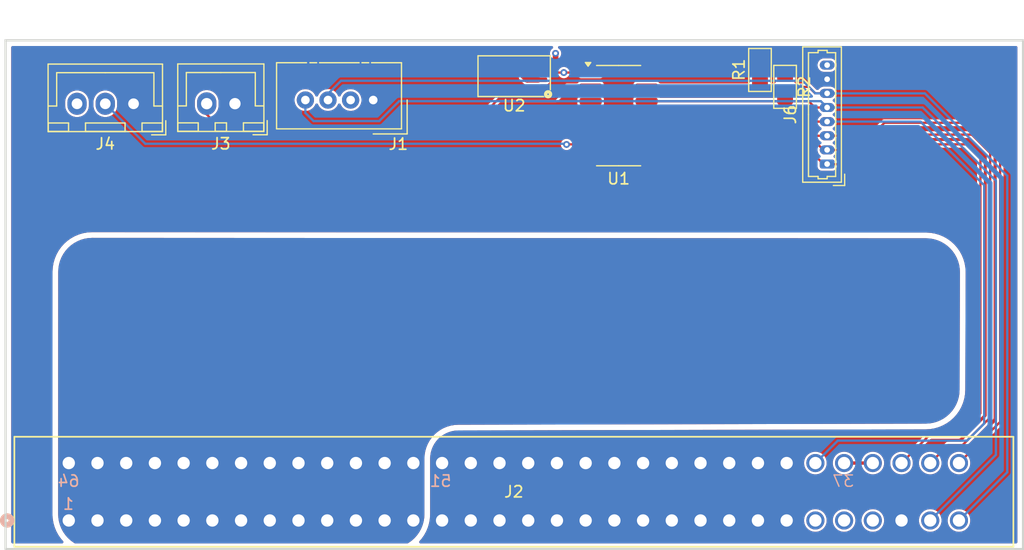
<source format=kicad_pcb>
(kicad_pcb (version 20241229) (generator "pcbnew") (generator_version "9.0")
  (layers (0 "F.Cu" signal) (4 "In1.Cu" signal) (6 "In2.Cu" signal) (2 "B.Cu" signal) (13 "F.Paste" user) (15 "B.Paste" user) (5 "F.SilkS" user "F.Silkscreen") (7 "B.SilkS" user "B.Silkscreen") (1 "F.Mask" user) (3 "B.Mask" user) (25 "Edge.Cuts" user))
  (net 0 "")
  (net 1 "+12V")
  (net 2 "GND")
  (net 7 "+12VSB")
  (net 8 "+3.3V")
  (net 9 "SDA")
  (net 10 "SCL")
  (net 11 "PSOK")
  (net 12 "~{ENABLE}")
  (net 13 "IMON")
  (net 14 "PWR")
  (net 15 "ON")
  (net 19 "~{ALARM}")
  (footprint "PCM_Resistor_SMD_AKL:R_0805_2012Metric_Pad1.15x1.40mm" (layer "F.Cu") (at 129.02 44.045001 -90)
    (property "Reference" "R2" (at 0 -1.700001 90) (layer "F.SilkS"))
    (property "Value" "R_Small" (hide yes))
    (fp_line (start -1.9 1) (end 1.9 1) (stroke (width 0.12)) (layer "F.SilkS"))
    (fp_line (start 1.9 1) (end 1.9 -1) (stroke (width 0.12)) (layer "F.SilkS"))
    (fp_line (start -1.9 -1) (end -1.9 1) (stroke (width 0.12)) (layer "F.SilkS"))
    (fp_line (start 1.9 -1) (end -1.9 -1) (stroke (width 0.12)) (layer "F.SilkS"))
    (pad "1" smd roundrect (at -1.024999 0 270) (size 1.15 1.4) (layers "F.Cu" "F.Mask" "F.Paste") (roundrect_rratio 0.217391) (net 8 "+3.3V"))
    (pad "2" smd roundrect (at 1.024999 0 270) (size 1.15 1.4) (layers "F.Cu" "F.Mask" "F.Paste") (roundrect_rratio 0.217391) (net 10 "SCL"))
  )
  (footprint "Connector:NS-Tech_Grove_1x04_P2mm_Vertical" (layer "F.Cu") (at 92.59 45.21 -90)
    (property "Reference" "J1" (at 3.9 -2.22 0) (layer "F.SilkS"))
    (property "Value" "Grove I^{2}C")
    (fp_line (start -3.3 8.55) (end 2.55 8.55) (stroke (width 0.12)) (layer "F.SilkS"))
    (fp_line (start -3.3 5.9) (end -3.3 8.55) (stroke (width 0.12)) (layer "F.SilkS"))
    (fp_line (start -3.3 5) (end -3.3 5.6) (stroke (width 0.12)) (layer "F.SilkS"))
    (fp_line (start -3.3 1.25) (end -3.3 4.75) (stroke (width 0.12)) (layer "F.SilkS"))
    (fp_line (start -3.3 0.4) (end -3.3 1) (stroke (width 0.12)) (layer "F.SilkS"))
    (fp_line (start -3.3 -2.5) (end -3.3 0.15) (stroke (width 0.12)) (layer "F.SilkS"))
    (fp_line (start -3.3 -2.5) (end 2.55 -2.5) (stroke (width 0.12)) (layer "F.SilkS"))
    (fp_line (start 2.55 -2.5) (end 2.55 8.55) (stroke (width 0.12)) (layer "F.SilkS"))
    (fp_line (start 0 -3) (end 3 -3) (stroke (width 0.12)) (layer "F.SilkS"))
    (fp_line (start 3 -3) (end 3 0) (stroke (width 0.12)) (layer "F.SilkS"))
    (pad "1" thru_hole rect (at 0 0 270) (size 1.524 1.524) (drill 0.762) (layers "*.Cu" "*.Mask") (net 2 "GND"))
    (pad "2" thru_hole circle (at 0 2 270) (size 1.524 1.524) (drill 0.762) (layers "*.Cu" "*.Mask") (net 8 "+3.3V"))
    (pad "3" thru_hole circle (at 0 4 270) (size 1.524 1.524) (drill 0.762) (layers "*.Cu" "*.Mask") (net 9 "SDA"))
    (pad "4" thru_hole circle (at 0 6 270) (size 1.524 1.524) (drill 0.762) (layers "*.Cu" "*.Mask") (net 10 "SCL"))
  )
  (footprint "Connector_JST:JST_XH_B3B-XH-A_1x03_P2.50mm_Vertical" (layer "F.Cu") (at 71.39 45.54 180)
    (property "Reference" "J4" (at 2.5 -3.55 0) (layer "F.SilkS"))
    (property "Value" "ON")
    (fp_line (start 7.56 3.51) (end 7.56 -2.46) (stroke (width 0.12)) (layer "F.SilkS"))
    (fp_line (start 7.56 -2.46) (end -2.56 -2.46) (stroke (width 0.12)) (layer "F.SilkS"))
    (fp_line (start 7.55 -0.2) (end 6.8 -0.2) (stroke (width 0.12)) (layer "F.SilkS"))
    (fp_line (start 7.55 -1.7) (end 7.55 -2.45) (stroke (width 0.12)) (layer "F.SilkS"))
    (fp_line (start 7.55 -2.45) (end 5.75 -2.45) (stroke (width 0.12)) (layer "F.SilkS"))
    (fp_line (start 6.8 2.75) (end 2.5 2.75) (stroke (width 0.12)) (layer "F.SilkS"))
    (fp_line (start 6.8 -0.2) (end 6.8 2.75) (stroke (width 0.12)) (layer "F.SilkS"))
    (fp_line (start 5.75 -1.7) (end 7.55 -1.7) (stroke (width 0.12)) (layer "F.SilkS"))
    (fp_line (start 5.75 -2.45) (end 5.75 -1.7) (stroke (width 0.12)) (layer "F.SilkS"))
    (fp_line (start 4.25 -1.7) (end 4.25 -2.45) (stroke (width 0.12)) (layer "F.SilkS"))
    (fp_line (start 4.25 -2.45) (end 0.75 -2.45) (stroke (width 0.12)) (layer "F.SilkS"))
    (fp_line (start 0.75 -1.7) (end 4.25 -1.7) (stroke (width 0.12)) (layer "F.SilkS"))
    (fp_line (start 0.75 -2.45) (end 0.75 -1.7) (stroke (width 0.12)) (layer "F.SilkS"))
    (fp_line (start -0.75 -1.7) (end -0.75 -2.45) (stroke (width 0.12)) (layer "F.SilkS"))
    (fp_line (start -0.75 -2.45) (end -2.55 -2.45) (stroke (width 0.12)) (layer "F.SilkS"))
    (fp_line (start -1.6 -2.75) (end -2.85 -2.75) (stroke (width 0.12)) (layer "F.SilkS"))
    (fp_line (start -1.8 2.75) (end 2.5 2.75) (stroke (width 0.12)) (layer "F.SilkS"))
    (fp_line (start -1.8 -0.2) (end -1.8 2.75) (stroke (width 0.12)) (layer "F.SilkS"))
    (fp_line (start -2.55 -0.2) (end -1.8 -0.2) (stroke (width 0.12)) (layer "F.SilkS"))
    (fp_line (start -2.55 -1.7) (end -0.75 -1.7) (stroke (width 0.12)) (layer "F.SilkS"))
    (fp_line (start -2.55 -2.45) (end -2.55 -1.7) (stroke (width 0.12)) (layer "F.SilkS"))
    (fp_line (start -2.56 3.51) (end 7.56 3.51) (stroke (width 0.12)) (layer "F.SilkS"))
    (fp_line (start -2.56 -2.46) (end -2.56 3.51) (stroke (width 0.12)) (layer "F.SilkS"))
    (fp_line (start -2.85 -2.75) (end -2.85 -1.5) (stroke (width 0.12)) (layer "F.SilkS"))
    (pad "1" thru_hole roundrect (at 0 0 180) (size 1.7 1.95) (drill 0.95) (layers "*.Cu" "*.Mask") (roundrect_rratio 0.147059) (net 2 "GND"))
    (pad "2" thru_hole oval (at 2.5 0 180) (size 1.7 1.95) (drill 0.95) (layers "*.Cu" "*.Mask") (net 15 "ON"))
    (pad "3" thru_hole oval (at 5 0 180) (size 1.7 1.95) (drill 0.95) (layers "*.Cu" "*.Mask"))
  )
  (footprint "PCM_Resistor_SMD_AKL:R_0805_2012Metric_Pad1.15x1.40mm" (layer "F.Cu") (at 126.8 42.55 -90)
    (property "Reference" "R1" (at -0.021213 1.859691 90) (layer "F.SilkS"))
    (property "Value" "R_Small" (hide yes))
    (fp_line (start -1.9 1) (end 1.9 1) (stroke (width 0.12)) (layer "F.SilkS"))
    (fp_line (start 1.9 1) (end 1.9 -1) (stroke (width 0.12)) (layer "F.SilkS"))
    (fp_line (start -1.9 -1) (end -1.9 1) (stroke (width 0.12)) (layer "F.SilkS"))
    (fp_line (start 1.9 -1) (end -1.9 -1) (stroke (width 0.12)) (layer "F.SilkS"))
    (pad "1" smd roundrect (at -1.024999 0 270) (size 1.15 1.4) (layers "F.Cu" "F.Mask" "F.Paste") (roundrect_rratio 0.217391) (net 8 "+3.3V"))
    (pad "2" smd roundrect (at 1.024999 0 270) (size 1.15 1.4) (layers "F.Cu" "F.Mask" "F.Paste") (roundrect_rratio 0.217391) (net 9 "SDA"))
  )
  (footprint "PCM_Package_SO_AKL:MSOP-8_3x3mm_P0.65mm" (layer "F.Cu") (at 105.0575 43.1 180)
    (property "Reference" "U2" (at 0 -2.61 0) (layer "F.SilkS"))
    (property "Value" "ADP1720ARMZ-3.3" (hide yes))
    (fp_line (start 3.2 1.8) (end -3.2 1.8) (stroke (width 0.12)) (layer "F.SilkS"))
    (fp_line (start 3.2 -1.8) (end 3.2 1.8) (stroke (width 0.12)) (layer "F.SilkS"))
    (fp_line (start -2.6 -1.8) (end 3.2 -1.8) (stroke (width 0.12)) (layer "F.SilkS"))
    (fp_line (start -3.2 1.8) (end -3.2 -1.2) (stroke (width 0.12)) (layer "F.SilkS"))
    (fp_circle (center -3 -1.6) (end -2.9365 -1.6) (stroke (width 0.3)) (fill no) (layer "F.SilkS"))
    (pad "1" smd roundrect (at -2.1125 -0.975 180) (size 1.625 0.4) (layers "F.Cu" "F.Mask" "F.Paste") (net 2 "GND"))
    (pad "2" smd roundrect (at -2.1125 -0.325 180) (size 1.625 0.4) (layers "F.Cu" "F.Mask" "F.Paste") (net 7 "+12VSB"))
    (pad "3" smd roundrect (at -2.1125 0.325 180) (size 1.625 0.4) (layers "F.Cu" "F.Mask" "F.Paste") (net 8 "+3.3V"))
    (pad "4" smd roundrect (at -2.1125 0.975 180) (size 1.625 0.4) (layers "F.Cu" "F.Mask" "F.Paste") (net 7 "+12VSB"))
    (pad "5" smd roundrect (at 2.1125 0.975 180) (size 1.625 0.4) (layers "F.Cu" "F.Mask" "F.Paste") (net 2 "GND"))
    (pad "6" smd roundrect (at 2.1125 0.325 180) (size 1.625 0.4) (layers "F.Cu" "F.Mask" "F.Paste") (net 2 "GND"))
    (pad "7" smd roundrect (at 2.1125 -0.325 180) (size 1.625 0.4) (layers "F.Cu" "F.Mask" "F.Paste") (net 2 "GND"))
    (pad "8" smd roundrect (at 2.1125 -0.975 180) (size 1.625 0.4) (layers "F.Cu" "F.Mask" "F.Paste") (net 2 "GND"))
  )
  (footprint "Connector_Molex:Molex_PicoBlade_53047-0810_1x08_P1.25mm_Vertical" (layer "F.Cu") (at 132.74 50.87 90)
    (property "Reference" "J6" (at 4.38 -3.26 90) (layer "F.SilkS"))
    (property "Value" "Conn_01x08")
    (fp_line (start 10.36 -2.16) (end -1.61 -2.16) (stroke (width 0.12)) (layer "F.SilkS"))
    (fp_line (start -1.61 -2.16) (end -1.61 1.26) (stroke (width 0.12)) (layer "F.SilkS"))
    (fp_line (start 9.85 -1.65) (end 4.375 -1.65) (stroke (width 0.12)) (layer "F.SilkS"))
    (fp_line (start -1.1 -1.65) (end 4.375 -1.65) (stroke (width 0.12)) (layer "F.SilkS"))
    (fp_line (start 10.05 -0.8) (end 9.85 -0.8) (stroke (width 0.12)) (layer "F.SilkS"))
    (fp_line (start 9.85 -0.8) (end 9.85 -1.65) (stroke (width 0.12)) (layer "F.SilkS"))
    (fp_line (start -1.1 -0.8) (end -1.1 -1.65) (stroke (width 0.12)) (layer "F.SilkS"))
    (fp_line (start -1.3 -0.8) (end -1.1 -0.8) (stroke (width 0.12)) (layer "F.SilkS"))
    (fp_line (start 10.05 0) (end 10.05 -0.8) (stroke (width 0.12)) (layer "F.SilkS"))
    (fp_line (start 9.85 0) (end 10.05 0) (stroke (width 0.12)) (layer "F.SilkS"))
    (fp_line (start -1.1 0) (end -1.3 0) (stroke (width 0.12)) (layer "F.SilkS"))
    (fp_line (start -1.3 0) (end -1.3 -0.8) (stroke (width 0.12)) (layer "F.SilkS"))
    (fp_line (start 9.85 0.75) (end 9.85 0) (stroke (width 0.12)) (layer "F.SilkS"))
    (fp_line (start 4.375 0.75) (end 9.85 0.75) (stroke (width 0.12)) (layer "F.SilkS"))
    (fp_line (start 4.375 0.75) (end -1.1 0.75) (stroke (width 0.12)) (layer "F.SilkS"))
    (fp_line (start -1.1 0.75) (end -1.1 0) (stroke (width 0.12)) (layer "F.SilkS"))
    (fp_line (start 10.36 1.26) (end 10.36 -2.16) (stroke (width 0.12)) (layer "F.SilkS"))
    (fp_line (start -1.61 1.26) (end 10.36 1.26) (stroke (width 0.12)) (layer "F.SilkS"))
    (fp_line (start -1.9 1.55) (end -1.9 0.55) (stroke (width 0.12)) (layer "F.SilkS"))
    (fp_line (start -1.9 1.55) (end -0.9 1.55) (stroke (width 0.12)) (layer "F.SilkS"))
    (pad "1" thru_hole roundrect (at 0 0 90) (size 0.8 1.3) (drill 0.5) (layers "*.Cu" "*.Mask") (net 11 "PSOK"))
    (pad "2" thru_hole oval (at 1.25 0 90) (size 0.8 1.3) (drill 0.5) (layers "*.Cu" "*.Mask") (net 13 "IMON"))
    (pad "3" thru_hole oval (at 2.5 0 90) (size 0.8 1.3) (drill 0.5) (layers "*.Cu" "*.Mask") (net 12 "~{ENABLE}"))
    (pad "4" thru_hole oval (at 3.75 0 90) (size 0.8 1.3) (drill 0.5) (layers "*.Cu" "*.Mask") (net 19 "~{ALARM}"))
    (pad "5" thru_hole oval (at 5 0 90) (size 0.8 1.3) (drill 0.5) (layers "*.Cu" "*.Mask") (net 10 "SCL"))
    (pad "6" thru_hole oval (at 6.25 0 90) (size 0.8 1.3) (drill 0.5) (layers "*.Cu" "*.Mask") (net 9 "SDA"))
    (pad "7" thru_hole oval (at 7.5 0 90) (size 0.8 1.3) (drill 0.5) (layers "*.Cu" "*.Mask") (net 2 "GND"))
    (pad "8" thru_hole oval (at 8.75 0 90) (size 0.8 1.3) (drill 0.5) (layers "*.Cu" "*.Mask") (net 7 "+12VSB"))
  )
  (footprint "Connectors:CONN_10046971-001LF_AMP" (layer "F.Cu") (at 65.66 82.4)
    (property "Reference" "J2" (at 39.37 -2.54 0) (layer "F.SilkS"))
    (property "Value" "10046971-001LF")
    (fp_line (start -4.8133 -7.4041) (end -4.8133 2.3241) (stroke (width 0.1524)) (layer "F.SilkS"))
    (fp_line (start -4.8133 2.3241) (end 83.5533 2.3241) (stroke (width 0.1524)) (layer "F.SilkS"))
    (fp_line (start 83.5533 -7.4041) (end -4.8133 -7.4041) (stroke (width 0.1524)) (layer "F.SilkS"))
    (fp_line (start 83.5533 2.3241) (end 83.5533 -7.4041) (stroke (width 0.1524)) (layer "F.SilkS"))
    (fp_circle (center -5.4483 0) (end -5.0673 0) (stroke (width 0.508)) (fill no) (layer "F.SilkS"))
    (fp_circle (center -5.4483 0) (end -5.0673 0) (stroke (width 0.508)) (fill no) (layer "B.SilkS"))
    (pad "1" thru_hole circle (at 0 0) (size 1.6002 1.6002) (drill 1.0922) (layers "*.Cu" "*.Mask") (net 1 "+12V"))
    (pad "2" thru_hole circle (at 2.54 0) (size 1.6002 1.6002) (drill 1.0922) (layers "*.Cu" "*.Mask") (net 1 "+12V"))
    (pad "3" thru_hole circle (at 5.08 0) (size 1.6002 1.6002) (drill 1.0922) (layers "*.Cu" "*.Mask") (net 1 "+12V"))
    (pad "4" thru_hole circle (at 7.62 0) (size 1.6002 1.6002) (drill 1.0922) (layers "*.Cu" "*.Mask") (net 1 "+12V"))
    (pad "5" thru_hole circle (at 10.16 0) (size 1.6002 1.6002) (drill 1.0922) (layers "*.Cu" "*.Mask") (net 1 "+12V"))
    (pad "6" thru_hole circle (at 12.7 0) (size 1.6002 1.6002) (drill 1.0922) (layers "*.Cu" "*.Mask") (net 1 "+12V"))
    (pad "7" thru_hole circle (at 15.24 0) (size 1.6002 1.6002) (drill 1.0922) (layers "*.Cu" "*.Mask") (net 1 "+12V"))
    (pad "8" thru_hole circle (at 17.78 0) (size 1.6002 1.6002) (drill 1.0922) (layers "*.Cu" "*.Mask") (net 1 "+12V"))
    (pad "9" thru_hole circle (at 20.32 0) (size 1.6002 1.6002) (drill 1.0922) (layers "*.Cu" "*.Mask") (net 1 "+12V"))
    (pad "10" thru_hole circle (at 22.86 0) (size 1.6002 1.6002) (drill 1.0922) (layers "*.Cu" "*.Mask") (net 1 "+12V"))
    (pad "11" thru_hole circle (at 25.4 0) (size 1.6002 1.6002) (drill 1.0922) (layers "*.Cu" "*.Mask") (net 1 "+12V"))
    (pad "12" thru_hole circle (at 27.94 0) (size 1.6002 1.6002) (drill 1.0922) (layers "*.Cu" "*.Mask") (net 1 "+12V"))
    (pad "13" thru_hole circle (at 30.48 0) (size 1.6002 1.6002) (drill 1.0922) (layers "*.Cu" "*.Mask") (net 1 "+12V"))
    (pad "14" thru_hole circle (at 33.02 0) (size 1.6002 1.6002) (drill 1.0922) (layers "*.Cu" "*.Mask") (net 2 "GND"))
    (pad "15" thru_hole circle (at 35.56 0) (size 1.6002 1.6002) (drill 1.0922) (layers "*.Cu" "*.Mask") (net 2 "GND"))
    (pad "16" thru_hole circle (at 38.1 0) (size 1.6002 1.6002) (drill 1.0922) (layers "*.Cu" "*.Mask") (net 2 "GND"))
    (pad "17" thru_hole circle (at 40.64 0) (size 1.6002 1.6002) (drill 1.0922) (layers "*.Cu" "*.Mask") (net 2 "GND"))
    (pad "18" thru_hole circle (at 43.18 0) (size 1.6002 1.6002) (drill 1.0922) (layers "*.Cu" "*.Mask") (net 2 "GND"))
    (pad "19" thru_hole circle (at 45.72 0) (size 1.6002 1.6002) (drill 1.0922) (layers "*.Cu" "*.Mask") (net 2 "GND"))
    (pad "20" thru_hole circle (at 48.26 0) (size 1.6002 1.6002) (drill 1.0922) (layers "*.Cu" "*.Mask") (net 2 "GND"))
    (pad "21" thru_hole circle (at 50.8 0) (size 1.6002 1.6002) (drill 1.0922) (layers "*.Cu" "*.Mask") (net 2 "GND"))
    (pad "22" thru_hole circle (at 53.34 0) (size 1.6002 1.6002) (drill 1.0922) (layers "*.Cu" "*.Mask") (net 2 "GND"))
    (pad "23" thru_hole circle (at 55.88 0) (size 1.6002 1.6002) (drill 1.0922) (layers "*.Cu" "*.Mask") (net 2 "GND"))
    (pad "24" thru_hole circle (at 58.42 0) (size 1.6002 1.6002) (drill 1.0922) (layers "*.Cu" "*.Mask") (net 2 "GND"))
    (pad "25" thru_hole circle (at 60.96 0) (size 1.6002 1.6002) (drill 1.0922) (layers "*.Cu" "*.Mask") (net 2 "GND"))
    (pad "26" thru_hole circle (at 63.5 0) (size 1.6002 1.6002) (drill 1.0922) (layers "*.Cu" "*.Mask") (net 2 "GND"))
    (pad "27" thru_hole circle (at 66.04 0) (size 1.6002 1.6002) (drill 1.0922) (layers "*.Cu" "*.Mask"))
    (pad "28" thru_hole circle (at 68.58 0) (size 1.6002 1.6002) (drill 1.0922) (layers "*.Cu" "*.Mask"))
    (pad "29" thru_hole circle (at 71.12 0) (size 1.6002 1.6002) (drill 1.0922) (layers "*.Cu" "*.Mask"))
    (pad "30" thru_hole circle (at 73.66 0) (size 1.6002 1.6002) (drill 1.0922) (layers "*.Cu" "*.Mask") (net 2 "GND"))
    (pad "31" thru_hole circle (at 76.2 0) (size 1.6002 1.6002) (drill 1.0922) (layers "*.Cu" "*.Mask") (net 10 "SCL"))
    (pad "32" thru_hole circle (at 78.74 0) (size 1.6002 1.6002) (drill 1.0922) (layers "*.Cu" "*.Mask") (net 9 "SDA"))
    (pad "33" thru_hole circle (at 78.74 -5.08) (size 1.6002 1.6002) (drill 1.0922) (layers "*.Cu" "*.Mask") (net 12 "~{ENABLE}"))
    (pad "34" thru_hole circle (at 76.2 -5.08) (size 1.6002 1.6002) (drill 1.0922) (layers "*.Cu" "*.Mask") (net 13 "IMON"))
    (pad "35" thru_hole circle (at 73.66 -5.08) (size 1.6002 1.6002) (drill 1.0922) (layers "*.Cu" "*.Mask") (net 11 "PSOK"))
    (pad "36" thru_hole circle (at 71.12 -5.08) (size 1.6002 1.6002) (drill 1.0922) (layers "*.Cu" "*.Mask") (net 7 "+12VSB"))
    (pad "37" thru_hole circle (at 68.58 -5.08) (size 1.6002 1.6002) (drill 1.0922) (layers "*.Cu" "*.Mask") (net 7 "+12VSB"))
    (pad "38" thru_hole circle (at 66.04 -5.08) (size 1.6002 1.6002) (drill 1.0922) (layers "*.Cu" "*.Mask") (net 19 "~{ALARM}"))
    (pad "39" thru_hole circle (at 63.5 -5.08) (size 1.6002 1.6002) (drill 1.0922) (layers "*.Cu" "*.Mask") (net 2 "GND"))
    (pad "40" thru_hole circle (at 60.96 -5.08) (size 1.6002 1.6002) (drill 1.0922) (layers "*.Cu" "*.Mask") (net 2 "GND"))
    (pad "41" thru_hole circle (at 58.42 -5.08) (size 1.6002 1.6002) (drill 1.0922) (layers "*.Cu" "*.Mask") (net 2 "GND"))
    (pad "42" thru_hole circle (at 55.88 -5.08) (size 1.6002 1.6002) (drill 1.0922) (layers "*.Cu" "*.Mask") (net 2 "GND"))
    (pad "43" thru_hole circle (at 53.34 -5.08) (size 1.6002 1.6002) (drill 1.0922) (layers "*.Cu" "*.Mask") (net 2 "GND"))
    (pad "44" thru_hole circle (at 50.8 -5.08) (size 1.6002 1.6002) (drill 1.0922) (layers "*.Cu" "*.Mask") (net 2 "GND"))
    (pad "45" thru_hole circle (at 48.26 -5.08) (size 1.6002 1.6002) (drill 1.0922) (layers "*.Cu" "*.Mask") (net 2 "GND"))
    (pad "46" thru_hole circle (at 45.72 -5.08) (size 1.6002 1.6002) (drill 1.0922) (layers "*.Cu" "*.Mask") (net 2 "GND"))
    (pad "47" thru_hole circle (at 43.18 -5.08) (size 1.6002 1.6002) (drill 1.0922) (layers "*.Cu" "*.Mask") (net 2 "GND"))
    (pad "48" thru_hole circle (at 40.64 -5.08) (size 1.6002 1.6002) (drill 1.0922) (layers "*.Cu" "*.Mask") (net 2 "GND"))
    (pad "49" thru_hole circle (at 38.1 -5.08) (size 1.6002 1.6002) (drill 1.0922) (layers "*.Cu" "*.Mask") (net 2 "GND"))
    (pad "50" thru_hole circle (at 35.56 -5.08) (size 1.6002 1.6002) (drill 1.0922) (layers "*.Cu" "*.Mask") (net 2 "GND"))
    (pad "51" thru_hole circle (at 33.02 -5.08) (size 1.6002 1.6002) (drill 1.0922) (layers "*.Cu" "*.Mask") (net 2 "GND"))
    (pad "52" thru_hole circle (at 30.48 -5.08) (size 1.6002 1.6002) (drill 1.0922) (layers "*.Cu" "*.Mask") (net 1 "+12V"))
    (pad "53" thru_hole circle (at 27.94 -5.08) (size 1.6002 1.6002) (drill 1.0922) (layers "*.Cu" "*.Mask") (net 1 "+12V"))
    (pad "54" thru_hole circle (at 25.4 -5.08) (size 1.6002 1.6002) (drill 1.0922) (layers "*.Cu" "*.Mask") (net 1 "+12V"))
    (pad "55" thru_hole circle (at 22.86 -5.08) (size 1.6002 1.6002) (drill 1.0922) (layers "*.Cu" "*.Mask") (net 1 "+12V"))
    (pad "56" thru_hole circle (at 20.32 -5.08) (size 1.6002 1.6002) (drill 1.0922) (layers "*.Cu" "*.Mask") (net 1 "+12V"))
    (pad "57" thru_hole circle (at 17.78 -5.08) (size 1.6002 1.6002) (drill 1.0922) (layers "*.Cu" "*.Mask") (net 1 "+12V"))
    (pad "58" thru_hole circle (at 15.24 -5.08) (size 1.6002 1.6002) (drill 1.0922) (layers "*.Cu" "*.Mask") (net 1 "+12V"))
    (pad "59" thru_hole circle (at 12.7 -5.08) (size 1.6002 1.6002) (drill 1.0922) (layers "*.Cu" "*.Mask") (net 1 "+12V"))
    (pad "60" thru_hole circle (at 10.16 -5.08) (size 1.6002 1.6002) (drill 1.0922) (layers "*.Cu" "*.Mask") (net 1 "+12V"))
    (pad "61" thru_hole circle (at 7.62 -5.08) (size 1.6002 1.6002) (drill 1.0922) (layers "*.Cu" "*.Mask") (net 1 "+12V"))
    (pad "62" thru_hole circle (at 5.08 -5.08) (size 1.6002 1.6002) (drill 1.0922) (layers "*.Cu" "*.Mask") (net 1 "+12V"))
    (pad "63" thru_hole circle (at 2.54 -5.08) (size 1.6002 1.6002) (drill 1.0922) (layers "*.Cu" "*.Mask") (net 1 "+12V"))
    (pad "64" thru_hole circle (at 0 -5.08) (size 1.6002 1.6002) (drill 1.0922) (layers "*.Cu" "*.Mask") (net 1 "+12V"))
  )
  (footprint "Package_SO:SOIC-14_3.9x8.7mm_P1.27mm" (layer "F.Cu") (at 114.295 46.59)
    (property "Reference" "U1" (at 0 5.58 0) (layer "F.SilkS"))
    (property "Value" "ATtiny20-SS")
    (fp_line (start 0 -4.435) (end -1.95 -4.435) (stroke (width 0.12)) (layer "F.SilkS"))
    (fp_line (start 0 -4.435) (end 1.95 -4.435) (stroke (width 0.12)) (layer "F.SilkS"))
    (fp_line (start 0 4.435) (end -1.95 4.435) (stroke (width 0.12)) (layer "F.SilkS"))
    (fp_line (start 0 4.435) (end 1.95 4.435) (stroke (width 0.12)) (layer "F.SilkS"))
    (fp_poly (pts (xy -2.7 -4.37) (xy -2.94 -4.7) (xy -2.46 -4.7)) (stroke (width 0.12)) (fill yes) (layer "F.SilkS"))
    (pad "1" smd roundrect (at -2.475 -3.81) (size 1.95 0.6) (layers "F.Cu" "F.Mask" "F.Paste") (net 8 "+3.3V"))
    (pad "2" smd roundrect (at -2.475 -2.54) (size 1.95 0.6) (layers "F.Cu" "F.Mask" "F.Paste") (net 14 "PWR"))
    (pad "3" smd roundrect (at -2.475 -1.27) (size 1.95 0.6) (layers "F.Cu" "F.Mask" "F.Paste"))
    (pad "4" smd roundrect (at -2.475 0) (size 1.95 0.6) (layers "F.Cu" "F.Mask" "F.Paste"))
    (pad "5" smd roundrect (at -2.475 1.27) (size 1.95 0.6) (layers "F.Cu" "F.Mask" "F.Paste"))
    (pad "6" smd roundrect (at -2.475 2.54) (size 1.95 0.6) (layers "F.Cu" "F.Mask" "F.Paste") (net 15 "ON"))
    (pad "7" smd roundrect (at -2.475 3.81) (size 1.95 0.6) (layers "F.Cu" "F.Mask" "F.Paste"))
    (pad "8" smd roundrect (at 2.475 3.81) (size 1.95 0.6) (layers "F.Cu" "F.Mask" "F.Paste") (net 11 "PSOK"))
    (pad "9" smd roundrect (at 2.475 2.54) (size 1.95 0.6) (layers "F.Cu" "F.Mask" "F.Paste") (net 13 "IMON"))
    (pad "10" smd roundrect (at 2.475 1.27) (size 1.95 0.6) (layers "F.Cu" "F.Mask" "F.Paste") (net 12 "~{ENABLE}"))
    (pad "11" smd roundrect (at 2.475 0) (size 1.95 0.6) (layers "F.Cu" "F.Mask" "F.Paste") (net 19 "~{ALARM}"))
    (pad "12" smd roundrect (at 2.475 -1.27) (size 1.95 0.6) (layers "F.Cu" "F.Mask" "F.Paste") (net 10 "SCL"))
    (pad "13" smd roundrect (at 2.475 -2.54) (size 1.95 0.6) (layers "F.Cu" "F.Mask" "F.Paste") (net 9 "SDA"))
    (pad "14" smd roundrect (at 2.475 -3.81) (size 1.95 0.6) (layers "F.Cu" "F.Mask" "F.Paste") (net 2 "GND"))
  )
  (footprint "Connector_JST:JST_XH_B2B-XH-A_1x02_P2.50mm_Vertical" (layer "F.Cu") (at 80.36 45.53 180)
    (property "Reference" "J3" (at 1.25 -3.55 0) (layer "F.SilkS"))
    (property "Value" "PWR")
    (fp_line (start 5.06 3.51) (end 5.06 -2.46) (stroke (width 0.12)) (layer "F.SilkS"))
    (fp_line (start 5.06 -2.46) (end -2.56 -2.46) (stroke (width 0.12)) (layer "F.SilkS"))
    (fp_line (start 5.05 -0.2) (end 4.3 -0.2) (stroke (width 0.12)) (layer "F.SilkS"))
    (fp_line (start 5.05 -1.7) (end 5.05 -2.45) (stroke (width 0.12)) (layer "F.SilkS"))
    (fp_line (start 5.05 -2.45) (end 3.25 -2.45) (stroke (width 0.12)) (layer "F.SilkS"))
    (fp_line (start 4.3 2.75) (end 1.25 2.75) (stroke (width 0.12)) (layer "F.SilkS"))
    (fp_line (start 4.3 -0.2) (end 4.3 2.75) (stroke (width 0.12)) (layer "F.SilkS"))
    (fp_line (start 3.25 -1.7) (end 5.05 -1.7) (stroke (width 0.12)) (layer "F.SilkS"))
    (fp_line (start 3.25 -2.45) (end 3.25 -1.7) (stroke (width 0.12)) (layer "F.SilkS"))
    (fp_line (start 1.75 -1.7) (end 1.75 -2.45) (stroke (width 0.12)) (layer "F.SilkS"))
    (fp_line (start 1.75 -2.45) (end 0.75 -2.45) (stroke (width 0.12)) (layer "F.SilkS"))
    (fp_line (start 0.75 -1.7) (end 1.75 -1.7) (stroke (width 0.12)) (layer "F.SilkS"))
    (fp_line (start 0.75 -2.45) (end 0.75 -1.7) (stroke (width 0.12)) (layer "F.SilkS"))
    (fp_line (start -0.75 -1.7) (end -0.75 -2.45) (stroke (width 0.12)) (layer "F.SilkS"))
    (fp_line (start -0.75 -2.45) (end -2.55 -2.45) (stroke (width 0.12)) (layer "F.SilkS"))
    (fp_line (start -1.6 -2.75) (end -2.85 -2.75) (stroke (width 0.12)) (layer "F.SilkS"))
    (fp_line (start -1.8 2.75) (end 1.25 2.75) (stroke (width 0.12)) (layer "F.SilkS"))
    (fp_line (start -1.8 -0.2) (end -1.8 2.75) (stroke (width 0.12)) (layer "F.SilkS"))
    (fp_line (start -2.55 -0.2) (end -1.8 -0.2) (stroke (width 0.12)) (layer "F.SilkS"))
    (fp_line (start -2.55 -1.7) (end -0.75 -1.7) (stroke (width 0.12)) (layer "F.SilkS"))
    (fp_line (start -2.55 -2.45) (end -2.55 -1.7) (stroke (width 0.12)) (layer "F.SilkS"))
    (fp_line (start -2.56 3.51) (end 5.06 3.51) (stroke (width 0.12)) (layer "F.SilkS"))
    (fp_line (start -2.56 -2.46) (end -2.56 3.51) (stroke (width 0.12)) (layer "F.SilkS"))
    (fp_line (start -2.85 -2.75) (end -2.85 -1.5) (stroke (width 0.12)) (layer "F.SilkS"))
    (pad "1" thru_hole roundrect (at 0 0 180) (size 1.7 2) (drill 1) (layers "*.Cu" "*.Mask") (roundrect_rratio 0.147059) (net 2 "GND"))
    (pad "2" thru_hole oval (at 2.5 0 180) (size 1.7 2) (drill 1) (layers "*.Cu" "*.Mask") (net 14 "PWR"))
  )
  (gr_rect (start 60.07 39.93) (end 150.07 84.93) (stroke (width 0.2)) (fill no) (layer "Edge.Cuts"))
  (gr_text "37" (at 135.2 79.5 0) (layer "B.SilkS") (effects (font (size 1 1) (thickness 0.125)) (justify left bottom mirror)))
  (gr_text "51" (at 99.6 79.5 0) (layer "B.SilkS") (effects (font (size 1 1)) (justify left bottom mirror)))
  (gr_text "1" (at 66.2 80.36 0) (layer "B.SilkS") (effects (font (size 1 1)) (justify left top mirror)))
  (gr_text "64" (at 66.7 79.5 0) (layer "B.SilkS") (effects (font (size 1 1)) (justify left bottom mirror)))
  (segment (start 108.72 41.57) (end 108.72 41.08) (width 0.5) (layer "F.Cu") (net 7))
  (segment (start 108.165 42.125) (end 108.72 41.57) (width 0.5) (layer "F.Cu") (net 7))
  (segment (start 106.2025 42.125) (end 107.17 42.125) (width 0.5) (layer "F.Cu") (net 7))
  (segment (start 134.24 77.32) (end 136.78 77.32) (width 0.3) (layer "F.Cu") (net 7))
  (segment (start 106.2125 43.425) (end 105.8975 43.11) (width 0.5) (layer "F.Cu") (net 7))
  (segment (start 107.17 43.425) (end 106.2125 43.425) (width 0.5) (layer "F.Cu") (net 7))
  (segment (start 107.17 42.125) (end 108.165 42.125) (width 0.5) (layer "F.Cu") (net 7))
  (segment (start 105.8975 42.43) (end 106.2025 42.125) (width 0.5) (layer "F.Cu") (net 7))
  (segment (start 105.8975 43.11) (end 105.8975 42.43) (width 0.5) (layer "F.Cu") (net 7))
  (via (at 108.72 41.08) (size 0.6) (drill 0.3) (layers "F.Cu" "B.Cu") (net 7))
  (segment (start 107.2325 42.7125) (end 107.17 42.775) (width 0.2) (layer "F.Cu") (net 8))
  (segment (start 113.074999 41.525001) (end 126.8 41.525001) (width 0.2) (layer "F.Cu") (net 8))
  (segment (start 111.82 42.78) (end 113.074999 41.525001) (width 0.2) (layer "F.Cu") (net 8))
  (segment (start 127.524999 41.525001) (end 129.02 43.020002) (width 0.2) (layer "F.Cu") (net 8))
  (segment (start 107.2325 42.7) (end 107.2325 42.7125) (width 0.2) (layer "F.Cu") (net 8))
  (segment (start 107.25 42.78) (end 107.245 42.775) (width 0.2) (layer "F.Cu") (net 8))
  (segment (start 126.8 41.525001) (end 127.524999 41.525001) (width 0.2) (layer "F.Cu") (net 8))
  (segment (start 107.2475 42.685) (end 107.2325 42.7) (width 0.2) (layer "F.Cu") (net 8))
  (segment (start 111.82 42.78) (end 109.45 42.78) (width 0.2) (layer "F.Cu") (net 8))
  (segment (start 107.245 42.775) (end 107.17 42.775) (width 0.2) (layer "F.Cu") (net 8))
  (segment (start 109.45 42.78) (end 107.25 42.78) (width 0.2) (layer "F.Cu") (net 8))
  (via (at 109.45 42.78) (size 0.6) (drill 0.3) (layers "F.Cu" "B.Cu") (net 8))
  (segment (start 116.77 44.05) (end 131.11 44.05) (width 0.2) (layer "F.Cu") (net 9))
  (segment (start 131.68 44.62) (end 132.74 44.62) (width 0.2) (layer "F.Cu") (net 9))
  (segment (start 131.11 44.05) (end 131.68 44.62) (width 0.2) (layer "F.Cu") (net 9))
  (segment (start 89.74 43.51) (end 130.59 43.51) (width 0.2) (layer "B.Cu") (net 9))
  (segment (start 148.67 78.13) (end 148.67 51.91) (width 0.2) (layer "B.Cu") (net 9))
  (segment (start 88.59 45.21) (end 88.59 44.66) (width 0.2) (layer "B.Cu") (net 9))
  (segment (start 141.38 44.62) (end 132.74 44.62) (width 0.2) (layer "B.Cu") (net 9))
  (segment (start 88.59 44.66) (end 89.74 43.51) (width 0.2) (layer "B.Cu") (net 9))
  (segment (start 131.7 44.62) (end 132.74 44.62) (width 0.2) (layer "B.Cu") (net 9))
  (segment (start 148.67 51.91) (end 141.38 44.62) (width 0.2) (layer "B.Cu") (net 9))
  (segment (start 144.4 82.4) (end 148.67 78.13) (width 0.2) (layer "B.Cu") (net 9))
  (segment (start 130.59 43.51) (end 131.7 44.62) (width 0.2) (layer "B.Cu") (net 9))
  (segment (start 131.11 45.32) (end 131.66 45.87) (width 0.2) (layer "F.Cu") (net 10))
  (segment (start 141.9 82.4) (end 141.86 82.4) (width 0.2) (layer "F.Cu") (net 10))
  (segment (start 131.66 45.87) (end 132.74 45.87) (width 0.2) (layer "F.Cu") (net 10))
  (segment (start 116.77 45.32) (end 131.11 45.32) (width 0.2) (layer "F.Cu") (net 10))
  (segment (start 86.59 46.35) (end 86.59 45.21) (width 0.2) (layer "B.Cu") (net 10))
  (segment (start 147.67 52.35) (end 147.67 76.59) (width 0.2) (layer "B.Cu") (net 10))
  (segment (start 93.12 47.07) (end 87.31 47.07) (width 0.2) (layer "B.Cu") (net 10))
  (segment (start 94.88 45.31) (end 93.12 47.07) (width 0.2) (layer "B.Cu") (net 10))
  (segment (start 132.74 45.87) (end 132.18 45.31) (width 0.2) (layer "B.Cu") (net 10))
  (segment (start 141.19 45.87) (end 147.67 52.35) (width 0.2) (layer "B.Cu") (net 10))
  (segment (start 132.74 45.87) (end 141.19 45.87) (width 0.2) (layer "B.Cu") (net 10))
  (segment (start 147.67 76.59) (end 141.86 82.4) (width 0.2) (layer "B.Cu") (net 10))
  (segment (start 87.31 47.07) (end 86.59 46.35) (width 0.2) (layer "B.Cu") (net 10))
  (segment (start 132.18 45.31) (end 94.88 45.31) (width 0.2) (layer "B.Cu") (net 10))
  (segment (start 145.02 49.13) (end 139.49 49.13) (width 0.2) (layer "F.Cu") (net 11))
  (segment (start 132.76 50.89) (end 132.74 50.87) (width 0.2) (layer "F.Cu") (net 11))
  (segment (start 131.94 50.4) (end 132.41 50.87) (width 0.2) (layer "F.Cu") (net 11))
  (segment (start 144.34 74.87) (end 146.3 72.91) (width 0.2) (layer "F.Cu") (net 11))
  (segment (start 146.3 50.41) (end 145.02 49.13) (width 0.2) (layer "F.Cu") (net 11))
  (segment (start 116.77 50.4) (end 131.94 50.4) (width 0.2) (layer "F.Cu") (net 11))
  (segment (start 137.73 50.89) (end 132.76 50.89) (width 0.2) (layer "F.Cu") (net 11))
  (segment (start 132.41 50.87) (end 132.74 50.87) (width 0.2) (layer "F.Cu") (net 11))
  (segment (start 146.3 72.91) (end 146.3 50.41) (width 0.2) (layer "F.Cu") (net 11))
  (segment (start 141.77 74.87) (end 144.34 74.87) (width 0.2) (layer "F.Cu") (net 11))
  (segment (start 139.49 49.13) (end 137.73 50.89) (width 0.2) (layer "F.Cu") (net 11))
  (segment (start 139.32 77.32) (end 141.77 74.87) (width 0.2) (layer "F.Cu") (net 11))
  (segment (start 136.66 48.37) (end 132.74 48.37) (width 0.2) (layer "F.Cu") (net 12))
  (segment (start 148.04 48.8) (end 146.46 47.22) (width 0.2) (layer "F.Cu") (net 12))
  (segment (start 131.055 47.86) (end 131.565 48.37) (width 0.2) (layer "F.Cu") (net 12))
  (segment (start 148.04 73.68) (end 148.04 48.8) (width 0.2) (layer "F.Cu") (net 12))
  (segment (start 144.4 77.32) (end 148.04 73.68) (width 0.2) (layer "F.Cu") (net 12))
  (segment (start 137.81 47.22) (end 136.66 48.37) (width 0.2) (layer "F.Cu") (net 12))
  (segment (start 146.46 47.22) (end 137.81 47.22) (width 0.2) (layer "F.Cu") (net 12))
  (segment (start 131.565 48.37) (end 132.74 48.37) (width 0.2) (layer "F.Cu") (net 12))
  (segment (start 116.77 47.86) (end 131.055 47.86) (width 0.2) (layer "F.Cu") (net 12))
  (segment (start 138.54 48.27) (end 137.18 49.63) (width 0.2) (layer "F.Cu") (net 13))
  (segment (start 141.86 77.32) (end 143.45 75.73) (width 0.2) (layer "F.Cu") (net 13))
  (segment (start 116.77 49.13) (end 131.92 49.13) (width 0.2) (layer "F.Cu") (net 13))
  (segment (start 137.18 49.63) (end 132.75 49.63) (width 0.2) (layer "F.Cu") (net 13))
  (segment (start 147.16 49.89) (end 145.54 48.27) (width 0.2) (layer "F.Cu") (net 13))
  (segment (start 131.92 49.13) (end 132.41 49.62) (width 0.2) (layer "F.Cu") (net 13))
  (segment (start 147.16 73.29) (end 147.16 49.89) (width 0.2) (layer "F.Cu") (net 13))
  (segment (start 143.45 75.73) (end 144.72 75.73) (width 0.2) (layer "F.Cu") (net 13))
  (segment (start 132.75 49.63) (end 132.74 49.62) (width 0.2) (layer "F.Cu") (net 13))
  (segment (start 145.54 48.27) (end 138.54 48.27) (width 0.2) (layer "F.Cu") (net 13))
  (segment (start 144.72 75.73) (end 147.16 73.29) (width 0.2) (layer "F.Cu") (net 13))
  (segment (start 132.41 49.62) (end 132.74 49.62) (width 0.2) (layer "F.Cu") (net 13))
  (segment (start 108.7 45.1) (end 109.75 44.05) (width 0.2) (layer "F.Cu") (net 14))
  (segment (start 101.09 47.7) (end 103.69 45.1) (width 0.2) (layer "F.Cu") (net 14))
  (segment (start 103.69 45.1) (end 108.7 45.1) (width 0.2) (layer "F.Cu") (net 14))
  (segment (start 79.08 47.7) (end 101.09 47.7) (width 0.2) (layer "F.Cu") (net 14))
  (segment (start 109.75 44.05) (end 111.82 44.05) (width 0.2) (layer "F.Cu") (net 14))
  (segment (start 77.86 46.48) (end 79.08 47.7) (width 0.2) (layer "F.Cu") (net 14))
  (segment (start 77.86 45.53) (end 77.86 46.48) (width 0.2) (layer "F.Cu") (net 14))
  (segment (start 109.7 49.13) (end 111.82 49.13) (width 0.2) (layer "F.Cu") (net 15))
  (segment (start 109.69 49.14) (end 109.7 49.13) (width 0.2) (layer "F.Cu") (net 15))
  (via (at 109.69 49.14) (size 0.6) (drill 0.3) (layers "F.Cu" "B.Cu") (net 15))
  (segment (start 68.89 45.54) (end 72.43 49.08) (width 0.2) (layer "B.Cu") (net 15))
  (segment (start 109.63 49.08) (end 109.69 49.14) (width 0.2) (layer "B.Cu") (net 15))
  (segment (start 72.43 49.08) (end 109.63 49.08) (width 0.2) (layer "B.Cu") (net 15))
  (segment (start 131.12 46.59) (end 131.65 47.12) (width 0.2) (layer "F.Cu") (net 19))
  (segment (start 131.65 47.12) (end 132.74 47.12) (width 0.2) (layer "F.Cu") (net 19))
  (segment (start 116.77 46.59) (end 131.12 46.59) (width 0.2) (layer "F.Cu") (net 19))
  (segment (start 146.63 52.75) (end 141 47.12) (width 0.2) (layer "B.Cu") (net 19))
  (segment (start 146.63 73.83) (end 146.63 52.75) (width 0.2) (layer "B.Cu") (net 19))
  (segment (start 145.12 75.34) (end 146.63 73.83) (width 0.2) (layer "B.Cu") (net 19))
  (segment (start 133.68 75.34) (end 145.12 75.34) (width 0.2) (layer "B.Cu") (net 19))
  (segment (start 139.83 47.12) (end 132.74 47.12) (width 0.2) (layer "B.Cu") (net 19))
  (segment (start 131.7 77.32) (end 133.68 75.34) (width 0.2) (layer "B.Cu") (net 19))
  (segment (start 141 47.12) (end 139.83 47.12) (width 0.2) (layer "B.Cu") (net 19))
  (zone (net 1) (net_name "+12V") (layers "F.Cu" "B.Cu") (priority 1) (connect_pads yes (clearance 0.5)) (min_thickness 0.25) (fill yes (thermal_gap 0.5) (thermal_bridge_width 0.5) (smoothing fillet) (radius 3))
    (polygon (pts (xy 97.117812 84.842395) (xy 64.720593 84.842395) (xy 64.729168 57.401779) (xy 144.494631 57.439642) (xy 144.445981 73.82717) (xy 97.117812 73.939033)))
  )
  (zone (net 2) (net_name "GND") (layers "F.Cu" "B.Cu") (connect_pads yes (clearance 0.16)) (min_thickness 0.25) (fill yes (thermal_gap 0.5) (thermal_bridge_width 0.5))
    (polygon (pts (xy 150.07 40.108045) (xy 150.07 84.95) (xy 60.11 84.96) (xy 60.097209 40.128046)))
  )
)
</source>
